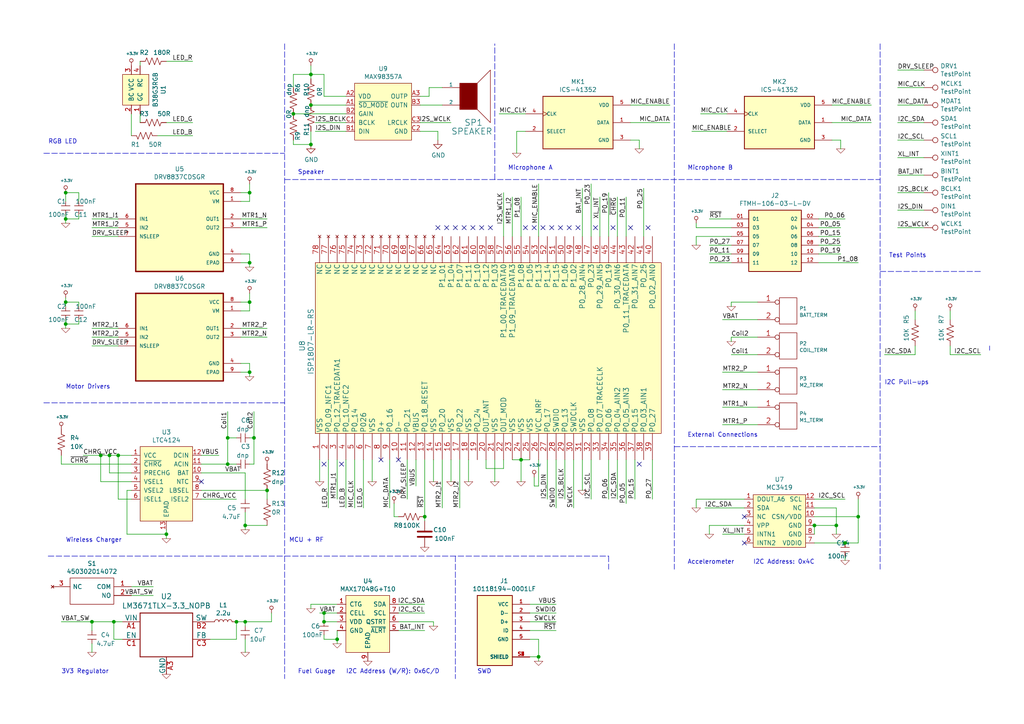
<source format=kicad_sch>
(kicad_sch (version 20211123) (generator eeschema)
  (paper "A4")
  (junction (at 77.47 142.24))
  (junction (at 245.11 157.48))
  (junction (at 236.22 152.4))
  (junction (at 71.12 152.4))
  (junction (at 66.04 127))
  (junction (at 72.39 55.88))
  (junction (at 66.04 134.62))
  (junction (at 93.98 177.8))
  (junction (at 90.17 30.48))
  (junction (at 90.17 41.91))
  (junction (at 97.79 185.42))
  (junction (at 72.39 76.2))
  (junction (at 73.66 127))
  (junction (at 26.67 180.34))
  (junction (at 90.17 21.59))
  (junction (at 123.19 149.86))
  (junction (at 29.21 132.08))
  (junction (at 93.98 180.34))
  (junction (at 33.02 180.34))
  (junction (at 156.21 190.5))
  (junction (at 151.13 133.35))
  (junction (at 48.26 154.94))
  (junction (at 19.05 87.63))
  (junction (at 68.58 180.34))
  (junction (at 19.05 55.88))
  (junction (at 72.39 87.63))
  (junction (at 19.05 93.98))
  (junction (at 72.39 107.95))
  (junction (at 19.05 63.5))
  (junction (at 248.92 149.86))
  (junction (at 85.09 33.02))
  (junction (at 31.75 132.08))
  (junction (at 34.29 132.08))
  (junction (at 242.57 152.4))
  (junction (at 71.12 180.34))
  (no_connect (at 127 66.04))
  (no_connect (at 129.54 66.04))
  (no_connect (at 99.06 134.62))
  (no_connect (at 165.1 66.04))
  (no_connect (at 115.57 133.35))
  (no_connect (at 137.16 66.04))
  (no_connect (at 110.49 133.35))
  (no_connect (at 215.9 157.48))
  (no_connect (at 187.96 66.04))
  (no_connect (at 157.48 66.04))
  (no_connect (at 177.8 66.04))
  (no_connect (at 142.24 66.04))
  (no_connect (at 132.08 66.04))
  (no_connect (at 160.02 66.04))
  (no_connect (at 152.4 66.04))
  (no_connect (at 93.98 134.62))
  (no_connect (at 139.7 66.04))
  (no_connect (at 185.42 134.62))
  (no_connect (at 167.64 66.04))
  (no_connect (at 182.88 66.04))
  (no_connect (at 215.9 149.86))
  (no_connect (at 162.56 66.04))
  (no_connect (at 134.62 66.04))
  (no_connect (at 172.72 66.04))
  (no_connect (at 58.42 139.7))
  (no_connect (at 154.94 66.04))
  (polyline (pts (xy 132.08 161.29) (xy 132.08 196.85)))
  (wire (pts (xy 209.55 92.71) (xy 219.71 92.71)))
  (wire (pts (xy 212.09 88.9) (xy 212.09 87.63)))
  (wire (pts (xy 171.45 53.34) (xy 171.45 68.58)))
  (wire (pts (xy 26.67 97.79) (xy 34.29 97.79)))
  (wire (pts (xy 275.59 102.87) (xy 284.48 102.87)))
  (wire (pts (xy 140.97 135.89) (xy 146.05 135.89)))
  (wire (pts (xy 107.95 133.35) (xy 107.95 139.7)))
  (polyline (pts (xy 255.27 78.74) (xy 284.48 78.74)))
  (wire (pts (xy 66.04 119.38) (xy 66.04 127)))
  (wire (pts (xy 200.66 38.1) (xy 210.82 38.1)))
  (wire (pts (xy 26.67 66.04) (xy 34.29 66.04)))
  (wire (pts (xy 68.58 185.42) (xy 68.58 180.34)))
  (polyline (pts (xy 13.97 161.29) (xy 176.53 161.29)))
  (wire (pts (xy 69.85 97.79) (xy 77.47 97.79)))
  (wire (pts (xy 58.42 132.08) (xy 63.5 132.08)))
  (wire (pts (xy 93.98 27.94) (xy 93.98 21.59)))
  (wire (pts (xy 237.49 73.66) (xy 243.84 73.66)))
  (wire (pts (xy 72.39 105.41) (xy 72.39 107.95)))
  (wire (pts (xy 72.39 73.66) (xy 72.39 76.2)))
  (wire (pts (xy 209.55 118.11) (xy 219.71 118.11)))
  (wire (pts (xy 36.83 142.24) (xy 36.83 154.94)))
  (wire (pts (xy 38.1 170.18) (xy 44.45 170.18)))
  (wire (pts (xy 237.49 66.04) (xy 243.84 66.04)))
  (wire (pts (xy 73.66 119.38) (xy 73.66 127)))
  (wire (pts (xy 92.71 133.35) (xy 92.71 139.7)))
  (wire (pts (xy 33.02 185.42) (xy 33.02 180.34)))
  (wire (pts (xy 267.97 60.96) (xy 260.35 60.96)))
  (wire (pts (xy 182.88 40.64) (xy 185.42 40.64)))
  (wire (pts (xy 58.42 134.62) (xy 66.04 134.62)))
  (wire (pts (xy 29.21 139.7) (xy 29.21 132.08)))
  (wire (pts (xy 22.86 62.23) (xy 22.86 63.5)))
  (polyline (pts (xy 12.7 44.45) (xy 82.55 44.45)))
  (wire (pts (xy 130.81 133.35) (xy 130.81 139.7)))
  (wire (pts (xy 71.12 148.59) (xy 71.12 152.4)))
  (wire (pts (xy 93.98 21.59) (xy 90.17 21.59)))
  (wire (pts (xy 48.26 35.56) (xy 55.88 35.56)))
  (wire (pts (xy 100.33 27.94) (xy 93.98 27.94)))
  (wire (pts (xy 146.05 55.88) (xy 146.05 68.58)))
  (wire (pts (xy 26.67 68.58) (xy 34.29 68.58)))
  (wire (pts (xy 265.43 100.33) (xy 265.43 102.87)))
  (wire (pts (xy 173.99 57.15) (xy 173.99 68.58)))
  (wire (pts (xy 72.39 107.95) (xy 72.39 109.22)))
  (wire (pts (xy 148.59 133.35) (xy 151.13 133.35)))
  (wire (pts (xy 219.71 113.03) (xy 209.55 113.03)))
  (wire (pts (xy 66.04 127) (xy 66.04 134.62)))
  (wire (pts (xy 19.05 93.98) (xy 19.05 95.25)))
  (wire (pts (xy 153.67 175.26) (xy 161.29 175.26)))
  (wire (pts (xy 154.94 138.43) (xy 154.94 140.97)))
  (wire (pts (xy 189.23 133.35) (xy 189.23 144.78)))
  (wire (pts (xy 143.51 133.35) (xy 143.51 139.7)))
  (wire (pts (xy 124.46 27.94) (xy 124.46 25.4)))
  (wire (pts (xy 182.88 30.48) (xy 194.31 30.48)))
  (wire (pts (xy 156.21 140.97) (xy 154.94 140.97)))
  (wire (pts (xy 168.91 54.61) (xy 168.91 68.58)))
  (wire (pts (xy 209.55 107.95) (xy 219.71 107.95)))
  (wire (pts (xy 256.54 102.87) (xy 265.43 102.87)))
  (wire (pts (xy 121.92 35.56) (xy 130.81 35.56)))
  (wire (pts (xy 22.86 92.71) (xy 22.86 93.98)))
  (wire (pts (xy 93.98 177.8) (xy 93.98 180.34)))
  (wire (pts (xy 152.4 38.1) (xy 149.86 38.1)))
  (wire (pts (xy 90.17 175.26) (xy 97.79 175.26)))
  (wire (pts (xy 19.05 87.63) (xy 19.05 88.9)))
  (wire (pts (xy 38.1 137.16) (xy 31.75 137.16)))
  (wire (pts (xy 22.86 63.5) (xy 19.05 63.5)))
  (wire (pts (xy 151.13 133.35) (xy 151.13 139.7)))
  (wire (pts (xy 176.53 55.88) (xy 176.53 68.58)))
  (wire (pts (xy 58.42 142.24) (xy 77.47 142.24)))
  (wire (pts (xy 181.61 146.05) (xy 181.61 133.35)))
  (wire (pts (xy 210.82 33.02) (xy 203.2 33.02)))
  (wire (pts (xy 267.97 25.4) (xy 260.35 25.4)))
  (wire (pts (xy 17.78 134.62) (xy 17.78 132.08)))
  (wire (pts (xy 85.09 25.4) (xy 85.09 21.59)))
  (wire (pts (xy 34.29 144.78) (xy 34.29 132.08)))
  (wire (pts (xy 151.13 68.58) (xy 151.13 57.15)))
  (polyline (pts (xy 82.55 12.7) (xy 82.55 196.85)))
  (wire (pts (xy 236.22 152.4) (xy 242.57 152.4)))
  (wire (pts (xy 245.11 157.48) (xy 248.92 157.48)))
  (wire (pts (xy 38.1 142.24) (xy 36.83 142.24)))
  (wire (pts (xy 115.57 182.88) (xy 123.19 182.88)))
  (wire (pts (xy 48.26 17.78) (xy 55.88 17.78)))
  (wire (pts (xy 73.66 134.62) (xy 73.66 127)))
  (wire (pts (xy 69.85 105.41) (xy 72.39 105.41)))
  (wire (pts (xy 152.4 33.02) (xy 144.78 33.02)))
  (wire (pts (xy 267.97 45.72) (xy 260.35 45.72)))
  (polyline (pts (xy 176.53 161.29) (xy 176.53 165.1)))
  (wire (pts (xy 69.85 66.04) (xy 77.47 66.04)))
  (wire (pts (xy 265.43 90.17) (xy 265.43 92.71)))
  (wire (pts (xy 66.04 127) (xy 68.58 127)))
  (wire (pts (xy 38.1 33.02) (xy 38.1 39.37)))
  (wire (pts (xy 97.79 185.42) (xy 97.79 186.69)))
  (wire (pts (xy 71.12 189.23) (xy 71.12 185.42)))
  (wire (pts (xy 90.17 19.05) (xy 90.17 21.59)))
  (wire (pts (xy 181.61 68.58) (xy 181.61 57.15)))
  (wire (pts (xy 185.42 40.64) (xy 185.42 43.18)))
  (wire (pts (xy 163.83 144.78) (xy 163.83 133.35)))
  (wire (pts (xy 115.57 177.8) (xy 123.19 177.8)))
  (wire (pts (xy 149.86 38.1) (xy 149.86 44.45)))
  (wire (pts (xy 100.33 38.1) (xy 91.44 38.1)))
  (wire (pts (xy 22.86 88.9) (xy 22.86 87.63)))
  (wire (pts (xy 72.39 127) (xy 73.66 127)))
  (wire (pts (xy 161.29 177.8) (xy 153.67 177.8)))
  (polyline (pts (xy 82.55 52.07) (xy 255.27 52.07)))
  (wire (pts (xy 114.3 149.86) (xy 115.57 149.86)))
  (wire (pts (xy 267.97 50.8) (xy 260.35 50.8)))
  (wire (pts (xy 125.73 133.35) (xy 125.73 139.7)))
  (wire (pts (xy 102.87 147.32) (xy 102.87 133.35)))
  (wire (pts (xy 22.86 93.98) (xy 19.05 93.98)))
  (wire (pts (xy 146.05 135.89) (xy 146.05 133.35)))
  (wire (pts (xy 236.22 154.94) (xy 236.22 152.4)))
  (wire (pts (xy 69.85 95.25) (xy 77.47 95.25)))
  (wire (pts (xy 121.92 38.1) (xy 127 38.1)))
  (wire (pts (xy 168.91 133.35) (xy 168.91 142.24)))
  (wire (pts (xy 128.27 147.32) (xy 128.27 133.35)))
  (wire (pts (xy 33.02 180.34) (xy 35.56 180.34)))
  (wire (pts (xy 212.09 73.66) (xy 205.74 73.66)))
  (wire (pts (xy 85.09 41.91) (xy 85.09 40.64)))
  (wire (pts (xy 241.3 35.56) (xy 252.73 35.56)))
  (wire (pts (xy 179.07 144.78) (xy 179.07 133.35)))
  (wire (pts (xy 22.86 87.63) (xy 19.05 87.63)))
  (wire (pts (xy 69.85 73.66) (xy 72.39 73.66)))
  (wire (pts (xy 219.71 123.19) (xy 209.55 123.19)))
  (wire (pts (xy 31.75 132.08) (xy 34.29 132.08)))
  (wire (pts (xy 205.74 152.4) (xy 215.9 152.4)))
  (wire (pts (xy 72.39 58.42) (xy 72.39 55.88)))
  (wire (pts (xy 93.98 184.15) (xy 93.98 185.42)))
  (wire (pts (xy 40.64 19.05) (xy 40.64 17.78)))
  (wire (pts (xy 26.67 100.33) (xy 34.29 100.33)))
  (wire (pts (xy 212.09 76.2) (xy 205.74 76.2)))
  (wire (pts (xy 237.49 76.2) (xy 248.92 76.2)))
  (wire (pts (xy 156.21 185.42) (xy 156.21 190.5)))
  (wire (pts (xy 26.67 182.88) (xy 26.67 180.34)))
  (wire (pts (xy 237.49 63.5) (xy 245.11 63.5)))
  (wire (pts (xy 69.85 76.2) (xy 72.39 76.2)))
  (wire (pts (xy 153.67 180.34) (xy 161.29 180.34)))
  (wire (pts (xy 22.86 58.42) (xy 22.86 55.88)))
  (wire (pts (xy 201.93 64.77) (xy 201.93 66.04)))
  (wire (pts (xy 201.93 66.04) (xy 212.09 66.04)))
  (wire (pts (xy 242.57 152.4) (xy 242.57 154.94)))
  (wire (pts (xy 156.21 53.34) (xy 156.21 68.58)))
  (wire (pts (xy 19.05 62.23) (xy 19.05 63.5)))
  (wire (pts (xy 241.3 40.64) (xy 243.84 40.64)))
  (wire (pts (xy 267.97 55.88) (xy 260.35 55.88)))
  (wire (pts (xy 245.11 162.56) (xy 245.11 161.29)))
  (wire (pts (xy 201.93 144.78) (xy 201.93 147.32)))
  (wire (pts (xy 156.21 190.5) (xy 153.67 190.5)))
  (wire (pts (xy 176.53 133.35) (xy 176.53 144.78)))
  (wire (pts (xy 205.74 71.12) (xy 212.09 71.12)))
  (wire (pts (xy 120.65 133.35) (xy 120.65 140.97)))
  (wire (pts (xy 48.26 153.67) (xy 48.26 154.94)))
  (wire (pts (xy 115.57 175.26) (xy 123.19 175.26)))
  (wire (pts (xy 85.09 33.02) (xy 100.33 33.02)))
  (wire (pts (xy 135.89 133.35) (xy 135.89 139.7)))
  (wire (pts (xy 26.67 95.25) (xy 34.29 95.25)))
  (wire (pts (xy 58.42 137.16) (xy 71.12 137.16)))
  (wire (pts (xy 71.12 137.16) (xy 71.12 144.78)))
  (wire (pts (xy 93.98 180.34) (xy 97.79 180.34)))
  (wire (pts (xy 24.13 132.08) (xy 29.21 132.08)))
  (wire (pts (xy 90.17 21.59) (xy 90.17 22.86)))
  (wire (pts (xy 275.59 92.71) (xy 275.59 90.17)))
  (wire (pts (xy 38.1 139.7) (xy 29.21 139.7)))
  (wire (pts (xy 29.21 132.08) (xy 31.75 132.08)))
  (wire (pts (xy 123.19 133.35) (xy 123.19 149.86)))
  (wire (pts (xy 38.1 144.78) (xy 34.29 144.78)))
  (wire (pts (xy 241.3 30.48) (xy 252.73 30.48)))
  (wire (pts (xy 148.59 68.58) (xy 148.59 57.15)))
  (wire (pts (xy 242.57 147.32) (xy 242.57 152.4)))
  (wire (pts (xy 26.67 186.69) (xy 26.67 189.23)))
  (wire (pts (xy 158.75 144.78) (xy 158.75 133.35)))
  (wire (pts (xy 19.05 86.36) (xy 19.05 87.63)))
  (wire (pts (xy 236.22 147.32) (xy 242.57 147.32)))
  (wire (pts (xy 156.21 190.5) (xy 156.21 191.77)))
  (wire (pts (xy 184.15 133.35) (xy 184.15 144.78)))
  (wire (pts (xy 72.39 55.88) (xy 72.39 53.34)))
  (wire (pts (xy 121.92 27.94) (xy 124.46 27.94)))
  (wire (pts (xy 69.85 58.42) (xy 72.39 58.42)))
  (wire (pts (xy 248.92 157.48) (xy 248.92 149.86)))
  (wire (pts (xy 105.41 133.35) (xy 105.41 147.32)))
  (wire (pts (xy 97.79 144.78) (xy 97.79 133.35)))
  (wire (pts (xy 243.84 40.64) (xy 243.84 43.18)))
  (wire (pts (xy 26.67 63.5) (xy 34.29 63.5)))
  (wire (pts (xy 90.17 38.1) (xy 90.17 41.91)))
  (polyline (pts (xy 143.51 52.07) (xy 143.51 12.7)))
  (wire (pts (xy 71.12 180.34) (xy 78.74 180.34)))
  (polyline (pts (xy 287.02 101.6) (xy 287.02 100.33)))
  (wire (pts (xy 205.74 63.5) (xy 212.09 63.5)))
  (wire (pts (xy 171.45 144.78) (xy 171.45 133.35)))
  (wire (pts (xy 156.21 133.35) (xy 156.21 140.97)))
  (wire (pts (xy 212.09 68.58) (xy 201.93 68.58)))
  (wire (pts (xy 69.85 107.95) (xy 72.39 107.95)))
  (wire (pts (xy 267.97 30.48) (xy 260.35 30.48)))
  (wire (pts (xy 26.67 180.34) (xy 33.02 180.34)))
  (wire (pts (xy 133.35 147.32) (xy 133.35 133.35)))
  (wire (pts (xy 182.88 35.56) (xy 194.31 35.56)))
  (wire (pts (xy 85.09 21.59) (xy 90.17 21.59)))
  (wire (pts (xy 19.05 55.88) (xy 19.05 58.42)))
  (wire (pts (xy 115.57 180.34) (xy 125.73 180.34)))
  (wire (pts (xy 124.46 25.4) (xy 128.27 25.4)))
  (wire (pts (xy 92.71 177.8) (xy 93.98 177.8)))
  (wire (pts (xy 121.92 30.48) (xy 128.27 30.48)))
  (wire (pts (xy 17.78 134.62) (xy 38.1 134.62)))
  (wire (pts (xy 71.12 152.4) (xy 71.12 153.67)))
  (wire (pts (xy 19.05 63.5) (xy 19.05 64.77)))
  (wire (pts (xy 17.78 180.34) (xy 26.67 180.34)))
  (wire (pts (xy 71.12 181.61) (xy 71.12 180.34)))
  (wire (pts (xy 69.85 90.17) (xy 72.39 90.17)))
  (wire (pts (xy 68.58 134.62) (xy 66.04 134.62)))
  (wire (pts (xy 77.47 152.4) (xy 71.12 152.4)))
  (wire (pts (xy 60.96 185.42) (xy 68.58 185.42)))
  (wire (pts (xy 69.85 87.63) (xy 72.39 87.63)))
  (wire (pts (xy 71.12 180.34) (xy 68.58 180.34)))
  (wire (pts (xy 58.42 144.78) (xy 68.58 144.78)))
  (wire (pts (xy 237.49 71.12) (xy 243.84 71.12)))
  (wire (pts (xy 100.33 35.56) (xy 91.44 35.56)))
  (wire (pts (xy 166.37 133.35) (xy 166.37 147.32)))
  (wire (pts (xy 267.97 66.04) (xy 260.35 66.04)))
  (polyline (pts (xy 195.58 129.54) (xy 255.27 129.54)))
  (wire (pts (xy 212.09 97.79) (xy 219.71 97.79)))
  (polyline (pts (xy 195.58 12.7) (xy 195.58 165.1)))
  (wire (pts (xy 267.97 35.56) (xy 260.35 35.56)))
  (wire (pts (xy 113.03 147.32) (xy 113.03 133.35)))
  (wire (pts (xy 72.39 87.63) (xy 72.39 85.09)))
  (wire (pts (xy 186.69 54.61) (xy 186.69 68.58)))
  (wire (pts (xy 123.19 149.86) (xy 123.19 151.13)))
  (wire (pts (xy 72.39 76.2) (xy 72.39 77.47)))
  (wire (pts (xy 125.73 180.34) (xy 125.73 181.61)))
  (wire (pts (xy 267.97 20.32) (xy 260.35 20.32)))
  (wire (pts (xy 69.85 55.88) (xy 72.39 55.88)))
  (wire (pts (xy 100.33 30.48) (xy 90.17 30.48)))
  (wire (pts (xy 201.93 144.78) (xy 215.9 144.78)))
  (wire (pts (xy 212.09 87.63) (xy 219.71 87.63)))
  (wire (pts (xy 22.86 55.88) (xy 19.05 55.88)))
  (wire (pts (xy 95.25 133.35) (xy 95.25 147.32)))
  (wire (pts (xy 77.47 142.24) (xy 77.47 144.78)))
  (polyline (pts (xy 255.27 12.7) (xy 255.27 165.1)))
  (wire (pts (xy 127 38.1) (xy 127 40.64)))
  (wire (pts (xy 153.67 182.88) (xy 161.29 182.88)))
  (wire (pts (xy 248.92 144.78) (xy 248.92 149.86)))
  (wire (pts (xy 31.75 137.16) (xy 31.75 132.08)))
  (wire (pts (xy 237.49 68.58) (xy 243.84 68.58)))
  (wire (pts (xy 19.05 92.71) (xy 19.05 93.98)))
  (wire (pts (xy 38.1 172.72) (xy 44.45 172.72)))
  (wire (pts (xy 45.72 39.37) (xy 55.88 39.37)))
  (wire (pts (xy 212.09 102.87) (xy 219.71 102.87)))
  (wire (pts (xy 205.74 154.94) (xy 205.74 152.4)))
  (wire (pts (xy 201.93 71.12) (xy 201.93 68.58)))
  (wire (pts (xy 100.33 133.35) (xy 100.33 147.32)))
  (wire (pts (xy 236.22 149.86) (xy 248.92 149.86)))
  (wire (pts (xy 73.66 134.62) (xy 72.39 134.62)))
  (wire (pts (xy 215.9 154.94) (xy 209.55 154.94)))
  (wire (pts (xy 215.9 147.32) (xy 204.47 147.32)))
  (wire (pts (xy 212.09 99.06) (xy 212.09 97.79)))
  (polyline (pts (xy 12.7 116.84) (xy 82.55 116.84)))
  (wire (pts (xy 114.3 146.05) (xy 114.3 149.86)))
  (wire (pts (xy 236.22 157.48) (xy 245.11 157.48)))
  (wire (pts (xy 72.39 90.17) (xy 72.39 87.63)))
  (wire (pts (xy 93.98 185.42) (xy 97.79 185.42)))
  (wire (pts (xy 275.59 100.33) (xy 275.59 102.87)))
  (wire (pts (xy 151.13 133.35) (xy 153.67 133.35)))
  (wire (pts (xy 78.74 180.34) (xy 78.74 177.8)))
  (wire (pts (xy 38.1 132.08) (xy 34.29 132.08)))
  (wire (pts (xy 97.79 182.88) (xy 97.79 185.42)))
  (wire (pts (xy 40.64 33.02) (xy 40.64 35.56)))
  (wire (pts (xy 35.56 185.42) (xy 33.02 185.42)))
  (wire (pts (xy 153.67 185.42) (xy 156.21 185.42)))
  (wire (pts (xy 90.17 175.26) (xy 90.17 176.53)))
  (wire (pts (xy 140.97 133.35) (xy 140.97 135.89)))
  (wire (pts (xy 236.22 144.78) (xy 245.11 144.78)))
  (wire (pts (xy 93.98 177.8) (xy 97.79 177.8)))
  (wire (pts (xy 179.07 57.15) (xy 179.07 68.58)))
  (wire (pts (xy 48.26 154.94) (xy 48.26 156.21)))
  (wire (pts (xy 90.17 41.91) (xy 85.09 41.91)))
  (wire (pts (xy 267.97 40.64) (xy 260.35 40.64)))
  (wire (pts (xy 118.11 144.78) (xy 118.11 133.35)))
  (wire (pts (xy 48.26 154.94) (xy 36.83 154.94)))
  (wire (pts (xy 69.85 63.5) (xy 77.47 63.5)))
  (wire (pts (xy 161.29 133.35) (xy 161.29 147.32)))
  (text "3V3 Regulator" (at 17.78 195.58 0) (effects (font (size 1.27 1.27)) (justify left bottom)))
  (text "I2C Pull-ups" (at 256.54 111.76 0) (effects (font (size 1.27 1.27)) (justify left bottom)))
  (text "Test Points" (at 257.81 74.93 0) (effects (font (size 1.27 1.27)) (justify left bottom)))
  (text "Wireless Charger" (at 19.05 157.48 0) (effects (font (size 1.27 1.27)) (justify left bottom)))
  (text "SWD\n" (at 138.43 195.58 0) (effects (font (size 1.27 1.27)) (justify left bottom)))
  (text "MCU + RF" (at 83.82 157.48 0) (effects (font (size 1.27 1.27)) (justify left bottom)))
  (text "RGB LED" (at 13.97 41.91 0) (effects (font (size 1.27 1.27)) (justify left bottom)))
  (text "Motor Drivers" (at 19.05 113.03 0) (effects (font (size 1.27 1.27)) (justify left bottom)))
  (text "Speaker" (at 86.36 50.8 0) (effects (font (size 1.27 1.27)) (justify left bottom)))
  (text "Fuel Guage" (at 86.36 195.58 0) (effects (font (size 1.27 1.27)) (justify left bottom)))
  (text "Microphone B" (at 199.39 49.53 0) (effects (font (size 1.27 1.27)) (justify left bottom)))
  (text "External Connections" (at 199.39 127 0) (effects (font (size 1.27 1.27)) (justify left bottom)))
  (text "Accelerometer" (at 199.39 163.83 0) (effects (font (size 1.27 1.27)) (justify left bottom)))
  (text "Microphone A" (at 147.32 49.53 0) (effects (font (size 1.27 1.27)) (justify left bottom)))
  (text "I2C Address: 0x4C" (at 218.44 163.83 0) (effects (font (size 1.27 1.27)) (justify left bottom)))
  (text "I2C Address (W/R): 0x6C/D" (at 100.33 195.58 0) (effects (font (size 1.27 1.27)) (justify left bottom)))
  (label "MTR2_N" (at 77.47 97.79 180))
  (label "LED_R" (at 95.25 147.32 90))
  (label "VBAT" (at 44.45 170.18 180))
  (label "MTR2_I1" (at 26.67 95.25 0))
  (label "I2C_SDA" (at 204.47 147.32 0))
  (label "I2S_WCLK" (at 260.35 66.04 0))
  (label "SWDIO" (at 161.29 147.32 90))
  (label "MTR1_I1" (at 26.67 63.5 0))
  (label "I2C_SDA" (at 256.54 102.87 0))
  (label "I2S_BCLK" (at 260.35 55.88 0))
  (label "CHRG_VCC" (at 68.58 144.78 180))
  (label "P0_06" (at 176.53 144.78 90))
  (label "MTR1_I1" (at 97.79 144.78 90))
  (label "MIC_CLK" (at 102.87 147.32 90))
  (label "MTR1_I2" (at 26.67 66.04 0))
  (label "P0_27" (at 205.74 71.12 0))
  (label "P0_11" (at 181.61 57.15 270))
  (label "MTR1_P" (at 209.55 123.19 0))
  (label "I2S_DIN" (at 91.44 38.1 0))
  (label "MTR1_P" (at 77.47 66.04 180))
  (label "VBAT_SW" (at 17.78 180.34 0))
  (label "SWCLK" (at 161.29 180.34 180))
  (label "I2S_BCLK" (at 91.44 35.56 0))
  (label "VBAT" (at 92.71 177.8 0))
  (label "I2C_SCL" (at 171.45 144.78 90))
  (label "MTR2_I1" (at 128.27 147.32 90))
  (label "~{CHRG}" (at 179.07 57.15 270))
  (label "I2C_SDA" (at 179.07 144.78 90))
  (label "MTR1_N" (at 77.47 63.5 180))
  (label "I2C_SDA" (at 123.19 175.26 180))
  (label "MIC_ENABLE" (at 252.73 30.48 180))
  (label "~{RST}" (at 205.74 63.5 0))
  (label "MIC_DATA" (at 252.73 35.56 180))
  (label "MIC_CLK" (at 260.35 25.4 0))
  (label "LED_B" (at 100.33 147.32 90))
  (label "MIC_DATA" (at 260.35 30.48 0))
  (label "P0_15" (at 243.84 68.58 180))
  (label "MTR2_I2" (at 26.67 97.79 0))
  (label "MTR1_I2" (at 148.59 57.15 270))
  (label "LED_R" (at 55.88 17.78 180))
  (label "P0_23" (at 171.45 53.34 270))
  (label "LED_G" (at 105.41 147.32 90))
  (label "MIC_CLK" (at 203.2 33.02 0))
  (label "MTR2_P" (at 209.55 107.95 0))
  (label "BAT_INT" (at 123.19 182.88 180))
  (label "I2S_WCLK" (at 130.81 35.56 180))
  (label "MIC_ENABLE" (at 156.21 53.34 270))
  (label "CHRG_VCC" (at 24.13 132.08 0))
  (label "I2C_SCL" (at 245.11 144.78 180))
  (label "LED_G" (at 55.88 35.56 180))
  (label "VBUS" (at 161.29 175.26 180))
  (label "I2S_DIN" (at 260.35 60.96 0))
  (label "VBAT" (at 209.55 92.71 0))
  (label "I2C_SCL" (at 284.48 102.87 180))
  (label "P0_05" (at 181.61 146.05 90))
  (label "MTR2_P" (at 77.47 95.25 180))
  (label "XL_INT" (at 260.35 45.72 0))
  (label "LED_B" (at 55.88 39.37 180))
  (label "Coil1" (at 212.09 102.87 0))
  (label "DRV_SLEEP" (at 26.67 100.33 0))
  (label "P0_25" (at 243.84 71.12 180))
  (label "VBUS" (at 120.65 140.97 90))
  (label "DRV_SLEEP" (at 260.35 20.32 0))
  (label "Coil2" (at 73.66 119.38 270))
  (label "P0_19" (at 243.84 73.66 180))
  (label "VBUS" (at 63.5 132.08 180))
  (label "MIC_CLK" (at 144.78 33.02 0))
  (label "I2C_SDA" (at 260.35 35.56 0))
  (label "I2C_SCL" (at 123.19 177.8 180))
  (label "I2S_DIN" (at 158.75 144.78 90))
  (label "SWDIO" (at 161.29 177.8 180))
  (label "XL_INT" (at 209.55 154.94 0))
  (label "BAT_INT" (at 260.35 50.8 0))
  (label "MTR2_I2" (at 133.35 147.32 90))
  (label "P1_08" (at 151.13 57.15 270))
  (label "MIC_DATA" (at 194.31 35.56 180))
  (label "MIC_ENABLE" (at 194.31 30.48 180))
  (label "P0_05" (at 243.84 66.04 180))
  (label "Coil1" (at 66.04 119.38 270))
  (label "P0_06" (at 245.11 63.5 180))
  (label "~{CHRG}" (at 20.32 134.62 0))
  (label "XL_INT" (at 173.99 57.15 270))
  (label "DRV_SLEEP" (at 26.67 68.58 0))
  (label "P0_11" (at 205.74 73.66 0))
  (label "P0_19" (at 176.53 55.88 270))
  (label "BAT_INT" (at 168.91 54.61 270))
  (label "P0_25" (at 186.69 54.61 270))
  (label "I2S_WCLK" (at 146.05 55.88 270))
  (label "P0_15" (at 184.15 144.78 90))
  (label "P0_23" (at 205.74 76.2 0))
  (label "VBAT" (at 69.85 137.16 180))
  (label "~{RST}" (at 123.19 147.32 90))
  (label "~{RST}" (at 161.29 182.88 180))
  (label "I2C_SCL" (at 260.35 40.64 0))
  (label "MIC_DATA" (at 113.03 147.32 90))
  (label "P1_08" (at 248.92 76.2 180))
  (label "I2S_BCLK" (at 163.83 144.78 90))
  (label "P0_27" (at 189.23 144.78 90))
  (label "DRV_SLEEP" (at 118.11 144.78 90))
  (label "SWCLK" (at 166.37 147.32 90))
  (label "MIC_ENABLE" (at 200.66 38.1 0))
  (label "VBAT_SW" (at 44.45 172.72 180))
  (label "Coil2" (at 212.09 97.79 0))
  (label "MTR2_N" (at 209.55 113.03 0))
  (label "MTR1_N" (at 209.55 118.11 0))
  (symbol (lib_id "Zooids-rescue:R_US-Device-Zooids-rescue-Zooids-rescue") (at 44.45 17.78 90) (unit 1)
    (property "Reference" "R2" (at 43.18 15.24 90) (effects (justify left)))
    (property "Value" "180R" (at 49.53 15.24 90) (effects (justify left)))
    (property "Footprint" "Resistor_SMD:R_0402_1005Metric" (effects hide))
    (property "Datasheet" "https://www.te.com/usa-en/product-5-2176337-2.datasheet.pdf" (effects hide))
    (property "Description" "RES 180 OHM 1% 1/16W 0402" (effects hide))
    (property "Manufacturer" "TE Connectivity Passive Product" (effects hide))
    (property "Manufacturer P/N" "CRGCQ0402F180K" (effects hide))
    (property "Vendor" "Digi-key" (effects hide))
    (property "Vendor P/N" "A129654TR-ND" (effects hide))
  )
  (symbol (lib_id "Zooids-rescue:+3.3V-power-Zooids-rescue-Zooids-rescue") (at 38.1 19.05 0) (unit 1)
    (property "Reference" "#PWR0108" (effects hide))
    (property "Value" "+3.3V" (at 38.3286 15.5448 0) (effects (font (size 0.762 0.762))))
  )
  (symbol (lib_id "Zooids-rescue:GND-power-Zooids-rescue-Zooids-rescue") (at 156.21 191.77 0) (unit 1)
    (property "Reference" "#PWR0114" (effects hide))
    (property "Value" "GND" (effects hide))
  )
  (symbol (lib_id "Zooids-rescue:SPEAKER-device-Zooids-rescue-Zooids-rescue") (at 135.89 27.94 0) (unit 1)
    (property "Reference" "SP1" (at 134.62 35.56 0) (effects (font (size 1.778 1.778)) (justify left)))
    (property "Value" "SPEAKER" (at 130.81 38.1 0) (effects (font (size 1.778 1.778)) (justify left)))
    (property "Footprint" "AcousticSwarm:CUI_CMT-4023S-SMT-TR" (effects hide))
    (property "Datasheet" "https://www.puiaudio.com/media/SpecSheet/SMT-0440-T-HT-R.pdf" (effects hide))
    (property "Description" "Buzzers Transducer, Externally Driven Electromechanical/Magnetic 3 V 100mA 4kHz 70dB @ 3V, 10cm Surface Mount Solder Pads" (effects hide))
    (property "Manufacturer" "PUI Audio, Inc." (effects hide))
    (property "Manufacturer P/N" "SMT-0440-T-HT-R" (effects hide))
    (property "Vendor" "Digi-key" (effects hide))
    (property "Vendor P/N" "668-SMT-0440-T-HT-RTR-ND" (effects hide))
  )
  (symbol (lib_id "Zooids-rescue:ISP1807-LR-RS-ISP1807-Zooids-rescue-Zooids-rescue") (at 92.71 133.35 90) (unit 1)
    (property "Reference" "U8" (at 87.63 100.33 0) (effects (font (size 1.524 1.524))))
    (property "Value" "ISP1807-LR-RS" (at 90.17 99.06 0) (effects (font (size 1.524 1.524))))
    (property "Footprint" "AcousticSwarm:ISP1807-LR-RS" (effects hide))
    (property "Datasheet" "https://www.insightsip.com/fichiers_insightsip/pdf/ble/ISP1807/isp_ble_DS1807.pdf" (effects hide))
    (property "Description" "Bluetooth Bluetooth v5.0, Thread, Zigbee® Transceiver Module 2.402GHz ~ 2.48GHz Integrated, Trace Surface Mount" (effects hide))
    (property "Manufacturer" "Insight SIP" (effects hide))
    (property "Manufacturer P/N" "ISP1807-LR-RS" (effects hide))
    (property "Vendor" "Digi-key" (effects hide))
    (property "Vendor P/N" "1786-1019-2-ND" (effects hide))
  )
  (symbol (lib_id "Zooids-rescue:R_US-Device-Zooids-rescue-Zooids-rescue") (at 119.38 149.86 90) (unit 1)
    (property "Reference" "R8" (at 116.84 152.4 90) (effects (justify left)))
    (property "Value" "100K" (at 121.92 152.4 90) (effects (justify left)))
    (property "Footprint" "Resistor_SMD:R_0402_1005Metric" (effects hide))
    (property "Datasheet" "https://www.yageo.com/upload/media/product/productsearch/datasheet/rchip/PYu-RT_1-to-0.01_RoHS_L_15.pdf" (effects hide))
    (property "Description" "RES SMD 100K OHM 0.1% 1/16W 0402" (effects hide))
    (property "Manufacturer" "YAGEO" (effects hide))
    (property "Manufacturer P/N" "RT0402BRE07100KL" (effects hide))
    (property "Vendor" "Digi-key" (effects hide))
    (property "Vendor P/N" "YAG2304TR-ND" (effects hide))
  )
  (symbol (lib_id "Zooids-rescue:C-Device-Zooids-rescue-Zooids-rescue") (at 123.19 154.94 0) (mirror y) (unit 1)
    (property "Reference" "C10" (at 129.54 153.67 0) (effects (justify left)))
    (property "Value" "100nF" (at 132.08 156.21 0) (effects (justify left)))
    (property "Footprint" "Capacitor_SMD:C_0402_1005Metric" (effects hide))
    (property "Datasheet" "https://media.digikey.com/pdf/Data%20Sheets/Samsung%20PDFs/CL05A104KA5NNNC.pdf" (effects hide))
    (property "Description" "CAP CER 0.1UF 25V X5R 0402" (effects hide))
    (property "Manufacturer" "Samsung Electro-Mechanics" (effects hide))
    (property "Manufacturer P/N" "CL05A104KA5NNNC" (effects hide))
    (property "Vendor" "Digi-key" (effects hide))
    (property "Vendor P/N" "1276-1043-2-ND" (effects hide))
  )
  (symbol (lib_id "Zooids-rescue:GND-power-Zooids-rescue-Zooids-rescue") (at 123.19 158.75 0) (unit 1)
    (property "Reference" "#PWR0139" (effects hide))
    (property "Value" "GND" (effects hide))
  )
  (symbol (lib_id "Zooids-rescue:+3.3V-power-Zooids-rescue-Zooids-rescue") (at 114.3 146.05 0) (unit 1)
    (property "Reference" "#PWR0138" (effects hide))
    (property "Value" "+3.3V" (at 114.5286 142.5448 0) (effects (font (size 0.762 0.762))))
  )
  (symbol (lib_id "Zooids-rescue:ICS-41350-ICS-41350-Zooids-rescue-Zooids-rescue") (at 167.64 35.56 0) (unit 1)
    (property "Reference" "MK1" (at 167.64 23.6982 0))
    (property "Value" "ICS-41352" (at 167.64 26.0096 0))
    (property "Footprint" "AcousticSwarm:MIC_ICS-41350" (effects hide))
    (property "Datasheet" "https://invensense.tdk.com/wp-content/uploads/2016/10/DS-000048-ICS-41352-data-sheet-v1.0.pdf?ref_disty=digikey" (effects hide))
    (property "PACKAGE" "LGA-5 TDK-InvenSense" (effects hide))
    (property "DESCRIPTION" "Digital, PDM Microphone MEMS (Silicon) 1.65 V ~ 3.63 V Omnidirectional (-26dB ±1dB @ 94dB SPL) Solder Pads" (effects hide))
    (property "PRICE" "1.30 USD" (effects hide))
    (property "AVAILABILITY" "Good" (effects hide))
    (property "Description" "Bottom Port PDM Low Power muti-Mode Microphone with high AOP Mode" (effects hide))
    (property "Manufacturer" "TDK-InvenSense" (effects hide))
    (property "Manufacturer P/N" "ICS-41352" (effects hide))
    (property "Vendor" "Digi-key" (effects hide))
    (property "Vendor P/N" "1428-ICS-41352TR-ND" (effects hide))
  )
  (symbol (lib_id "Zooids-rescue:GND-power-Zooids-rescue-Zooids-rescue") (at 149.86 44.45 0) (unit 1)
    (property "Reference" "#PWR0103" (effects hide))
    (property "Value" "GND" (effects hide))
  )
  (symbol (lib_id "Zooids-rescue:GND-power-Zooids-rescue-Zooids-rescue") (at 185.42 43.18 0) (unit 1)
    (property "Reference" "#PWR0104" (effects hide))
    (property "Value" "GND" (effects hide))
  )
  (symbol (lib_id "Zooids-rescue:LTC4124-ZooidsV2-Zooids-rescue-Zooids-rescue") (at 48.26 128.27 0) (unit 1)
    (property "Reference" "U3" (at 48.26 125.349 0))
    (property "Value" "LTC4124" (at 48.26 127.6604 0))
    (property "Footprint" "AcousticSwarm:LTC4124EV-TRMPBF" (effects hide))
    (property "Datasheet" "https://www.analog.com/media/en/technical-documentation/data-sheets/ltc4124.pdf" (effects hide))
    (property "Description" "Wireless Charging ICs 100mA Wireless Li-Ion Charger" (effects hide))
    (property "Manufacturer" "Analog Devices" (effects hide))
    (property "Manufacturer P/N" "LTC4124EV#TRMPBF" (effects hide))
    (property "Vendor" "Mouser" (effects hide))
    (property "Vendor P/N" "584-LTC4124EV#TRMPBF" (effects hide))
  )
  (symbol (lib_id "Zooids-rescue:C-w_device-Zooids-rescue-Zooids-rescue") (at 71.12 134.62 270) (mirror x) (unit 1)
    (property "Reference" "C3" (at 69.85 129.54 90) (effects (justify left)))
    (property "Value" "dnp" (at 68.58 132.08 90) (effects (justify left)))
    (property "Footprint" "Capacitor_SMD:C_0402_1005Metric" (effects hide))
    (property "Description" "Do Not Place" (effects hide))
  )
  (symbol (lib_id "Zooids-rescue:GND-power-Zooids-rescue-Zooids-rescue") (at 48.26 156.21 0) (unit 1)
    (property "Reference" "#PWR0109" (effects hide))
    (property "Value" "GND" (effects hide))
  )
  (symbol (lib_id "Zooids-rescue:R_US-Device-Zooids-rescue-Zooids-rescue") (at 17.78 128.27 0) (unit 1)
    (property "Reference" "R4" (at 20.32 127 0) (effects (justify left)))
    (property "Value" "10K" (at 20.32 129.54 0) (effects (justify left)))
    (property "Footprint" "Resistor_SMD:R_0402_1005Metric" (effects hide))
    (property "Datasheet" "https://fscdn.rohm.com/en/products/databook/datasheet/passive/resistor/chip_resistor/esr-e.pdf" (effects hide))
    (property "Description" "RES SMD 10K OHM 5% 1/5W 0402" (effects hide))
    (property "Manufacturer" "Rohm Semiconductor" (effects hide))
    (property "Manufacturer P/N" "ESR01MZPJ103" (effects hide))
    (property "Vendor" "Digi-key" (effects hide))
    (property "Vendor P/N" "RHM1003TR-ND" (effects hide))
  )
  (symbol (lib_id "Zooids-rescue:+3.3V-power-Zooids-rescue-Zooids-rescue") (at 17.78 124.46 0) (unit 1)
    (property "Reference" "#PWR0110" (effects hide))
    (property "Value" "+3.3V" (at 18.0086 120.9548 0) (effects (font (size 0.762 0.762))))
  )
  (symbol (lib_id "Zooids-rescue:GND-power-Zooids-rescue-Zooids-rescue") (at 71.12 153.67 0) (unit 1)
    (property "Reference" "#PWR0111" (effects hide))
    (property "Value" "GND" (effects hide))
  )
  (symbol (lib_id "Zooids-rescue:C-w_device-Zooids-rescue-Zooids-rescue") (at 71.12 146.05 0) (mirror y) (unit 1)
    (property "Reference" "C5" (at 68.58 147.32 0) (effects (justify left)))
    (property "Value" "4.7uF" (at 69.85 149.86 0) (effects (justify left)))
    (property "Footprint" "Capacitor_SMD:C_0603_1608Metric" (effects hide))
    (property "Datasheet" "https://media.digikey.com/pdf/Data%20Sheets/Samsung%20PDFs/CL10A475KQ8NNNC_Spec.pdf" (effects hide))
    (property "Description" "CAP CER 4.7UF 10V X5R 0603" (effects hide))
    (property "Manufacturer" "Samsung Electro-Mechanics" (effects hide))
    (property "Manufacturer P/N" "CL10A475KQ8NNNC" (effects hide))
    (property "Vendor" "Digi-key" (effects hide))
    (property "Vendor P/N" "1276-1045-2-ND" (effects hide))
  )
  (symbol (lib_id "Zooids-rescue:CONN_2-conn-Zooids-rescue-Zooids-rescue") (at 228.6 100.33 0) (unit 1)
    (property "Reference" "P2" (at 231.8512 99.6188 0) (effects (font (size 1.016 1.016)) (justify left)))
    (property "Value" "COIL_TERM" (at 231.8512 101.5492 0) (effects (font (size 1.016 1.016)) (justify left)))
    (property "Footprint" "TestPoint:TestPoint_2Pads_Pitch2.54mm_Drill0.8mm" (effects hide))
    (property "Description" "Test Point" (effects hide))
  )
  (symbol (lib_id "Zooids-rescue:GND-power-Zooids-rescue-Zooids-rescue") (at 212.09 99.06 0) (unit 1)
    (property "Reference" "#PWR0112" (effects hide))
    (property "Value" "GND" (effects hide))
  )
  (symbol (lib_id "Zooids-rescue:C-w_device-Zooids-rescue-Zooids-rescue") (at 22.86 60.96 180) (unit 1)
    (property "Reference" "C11" (at 25.4 62.23 0) (effects (justify left)))
    (property "Value" "100nF" (at 27.94 58.42 0) (effects (justify left)))
    (property "Footprint" "Capacitor_SMD:C_0402_1005Metric" (effects hide))
    (property "Datasheet" "https://media.digikey.com/pdf/Data%20Sheets/Samsung%20PDFs/CL05A104KA5NNNC.pdf" (effects hide))
    (property "Description" "CAP CER 0.1UF 25V X5R 0402" (effects hide))
    (property "Manufacturer" "Samsung Electro-Mechanics" (effects hide))
    (property "Manufacturer P/N" "CL05A104KA5NNNC" (effects hide))
    (property "Vendor" "Digi-key" (effects hide))
    (property "Vendor P/N" "1276-1043-2-ND" (effects hide))
  )
  (symbol (lib_id "Zooids-rescue:C-w_device-Zooids-rescue-Zooids-rescue") (at 22.86 91.44 180) (unit 1)
    (property "Reference" "C12" (at 25.4 92.71 0) (effects (justify left)))
    (property "Value" "100nF" (at 27.94 88.9 0) (effects (justify left)))
    (property "Footprint" "Capacitor_SMD:C_0402_1005Metric" (effects hide))
    (property "Datasheet" "https://media.digikey.com/pdf/Data%20Sheets/Samsung%20PDFs/CL05A104KA5NNNC.pdf" (effects hide))
    (property "Description" "CAP CER 0.1UF 25V X5R 0402" (effects hide))
    (property "Manufacturer" "Samsung Electro-Mechanics" (effects hide))
    (property "Manufacturer P/N" "CL05A104KA5NNNC" (effects hide))
    (property "Vendor" "Digi-key" (effects hide))
    (property "Vendor P/N" "1276-1043-2-ND" (effects hide))
  )
  (symbol (lib_id "Zooids-rescue:ICS-41350-ICS-41350-Zooids-rescue-Zooids-rescue") (at 226.06 35.56 0) (unit 1)
    (property "Reference" "MK2" (at 226.06 23.6982 0))
    (property "Value" "ICS-41352" (at 226.06 26.0096 0))
    (property "Footprint" "AcousticSwarm:MIC_ICS-41350" (effects hide))
    (property "Datasheet" "https://invensense.tdk.com/wp-content/uploads/2016/10/DS-000048-ICS-41352-data-sheet-v1.0.pdf?ref_disty=digikey" (effects hide))
    (property "PACKAGE" "LGA-5 TDK-InvenSense" (effects hide))
    (property "DESCRIPTION" "Digital, PDM Microphone MEMS (Silicon) 1.65 V ~ 3.63 V Omnidirectional (-26dB ±1dB @ 94dB SPL) Solder Pads" (effects hide))
    (property "PRICE" "1.30 USD" (effects hide))
    (property "AVAILABILITY" "Good" (effects hide))
    (property "Description" "Bottom Port PDM Low Power muti-Mode Microphone with high AOP Mode" (effects hide))
    (property "Manufacturer" "TDK-InvenSense" (effects hide))
    (property "Manufacturer P/N" "ICS-41352" (effects hide))
    (property "Vendor" "Digi-key" (effects hide))
    (property "Vendor P/N" "1428-ICS-41352TR-ND" (effects hide))
  )
  (symbol (lib_id "Zooids-rescue:GND-power-Zooids-rescue-Zooids-rescue") (at 243.84 43.18 0) (unit 1)
    (property "Reference" "#PWR0113" (effects hide))
    (property "Value" "GND" (effects hide))
  )
  (symbol (lib_id "Zooids-rescue:GND-power-Zooids-rescue-Zooids-rescue") (at 151.13 139.7 0) (unit 1)
    (property "Reference" "#PWR0140" (effects hide))
    (property "Value" "GND" (effects hide))
  )
  (symbol (lib_id "Zooids-rescue:C-w_device-Zooids-rescue-Zooids-rescue") (at 71.12 184.15 0) (mirror x) (unit 1)
    (property "Reference" "C7" (at 73.66 182.88 0) (effects (justify left)))
    (property "Value" "10uF" (at 72.39 185.42 0) (effects (justify left)))
    (property "Footprint" "Capacitor_SMD:C_0603_1608Metric" (effects hide))
    (property "Datasheet" "https://datasheets.kyocera-avx.com/x6s-dielectric.pdf" (effects hide))
    (property "Description" "CAP CER 10UF 16V X6S 0603" (effects hide))
    (property "Manufacturer" "KYOCERA AVX" (effects hide))
    (property "Manufacturer P/N" "0603YW106MAT2A" (effects hide))
    (property "Vendor" "Digi-key" (effects hide))
    (property "Vendor P/N" "478-0603YW106MAT2ATR-ND" (effects hide))
  )
  (symbol (lib_id "Zooids-rescue:GND-power-Zooids-rescue-Zooids-rescue") (at 135.89 139.7 0) (unit 1)
    (property "Reference" "#PWR0141" (effects hide))
    (property "Value" "GND" (effects hide))
  )
  (symbol (lib_id "Zooids-rescue:GND-power-Zooids-rescue-Zooids-rescue") (at 115.57 142.24 0) (unit 1)
    (property "Reference" "#PWR0124" (effects hide))
    (property "Value" "GND" (effects hide))
  )
  (symbol (lib_id "Zooids-rescue:GND-power-Zooids-rescue-Zooids-rescue") (at 107.95 139.7 0) (unit 1)
    (property "Reference" "#PWR0142" (effects hide))
    (property "Value" "GND" (effects hide))
  )
  (symbol (lib_id "Zooids-rescue:450302014072-MicroSwitch-Zooids-rescue-Zooids-rescue") (at 15.24 170.18 0) (unit 1)
    (property "Reference" "S1" (at 26.67 163.449 0))
    (property "Value" "450302014072" (at 26.67 165.7604 0))
    (property "Footprint" "AcousticSwarm:450302014072" (effects hide))
    (property "Datasheet" "http://www.farnell.com/datasheets/1913864.pdf" (effects hide))
    (property "Description" "Through Hole Slide Switch SPDT On-On 100 mA@ 42 V dc Slide" (effects hide))
    (property "Height" "2.65" (effects hide))
    (property "Mouser Price/Stock" "https://www.mouser.co.uk/ProductDetail/Wurth-Elektronik/450302014072/?qs=wr8lucFkNMU6apkTwV1tMg%3D%3D" (effects hide))
    (property "Manufacturer" "Wurth Elektronik" (effects hide))
    (property "Manufacturer P/N" "450302014072" (effects hide))
    (property "Vendor" "Mouser" (effects hide))
    (property "Vendor P/N" "710-450302014072" (effects hide))
  )
  (symbol (lib_id "Zooids-rescue:GND-power-Zooids-rescue-Zooids-rescue") (at 92.71 139.7 0) (unit 1)
    (property "Reference" "#PWR0143" (effects hide))
    (property "Value" "GND" (effects hide))
  )
  (symbol (lib_id "Zooids-rescue:GND-power-Zooids-rescue-Zooids-rescue") (at 130.81 139.7 0) (unit 1)
    (property "Reference" "#PWR0144" (effects hide))
    (property "Value" "GND" (effects hide))
  )
  (symbol (lib_id "Zooids-rescue:GND-power-Zooids-rescue-Zooids-rescue") (at 71.12 189.23 0) (unit 1)
    (property "Reference" "#PWR0105" (effects hide))
    (property "Value" "GND" (effects hide))
  )
  (symbol (lib_id "Zooids-rescue:R_US-Device-Zooids-rescue-Zooids-rescue") (at 265.43 96.52 0) (unit 1)
    (property "Reference" "R5" (at 262.89 93.98 90) (effects (justify left)))
    (property "Value" "10K" (at 262.89 99.06 90) (effects (justify left)))
    (property "Footprint" "Resistor_SMD:R_0402_1005Metric" (effects hide))
    (property "Datasheet" "https://fscdn.rohm.com/en/products/databook/datasheet/passive/resistor/chip_resistor/esr-e.pdf" (effects hide))
    (property "Description" "RES SMD 10K OHM 5% 1/5W 0402" (effects hide))
    (property "Manufacturer" "Rohm Semiconductor" (effects hide))
    (property "Manufacturer P/N" "ESR01MZPJ103" (effects hide))
    (property "Vendor" "Digi-key" (effects hide))
    (property "Vendor P/N" "RHM1003TR-ND" (effects hide))
  )
  (symbol (lib_id "Zooids-rescue:C-w_device-Zooids-rescue-Zooids-rescue") (at 26.67 185.42 0) (mirror x) (unit 1)
    (property "Reference" "C4" (at 29.21 184.15 0) (effects (justify left)))
    (property "Value" "4.7uF" (at 27.94 186.69 0) (effects (justify left)))
    (property "Footprint" "Capacitor_SMD:C_0603_1608Metric" (effects hide))
    (property "Datasheet" "https://media.digikey.com/pdf/Data%20Sheets/Samsung%20PDFs/CL10A475KQ8NNNC_Spec.pdf" (effects hide))
    (property "Description" "CAP CER 4.7UF 10V X5R 0603" (effects hide))
    (property "Manufacturer" "Samsung Electro-Mechanics" (effects hide))
    (property "Manufacturer P/N" "CL10A475KQ8NNNC" (effects hide))
    (property "Vendor" "Digi-key" (effects hide))
    (property "Vendor P/N" "1276-1045-2-ND" (effects hide))
  )
  (symbol (lib_id "Zooids-rescue:GND-power-Zooids-rescue-Zooids-rescue") (at 26.67 189.23 0) (unit 1)
    (property "Reference" "#PWR0106" (effects hide))
    (property "Value" "GND" (effects hide))
  )
  (symbol (lib_id "LM3671TLX-3.3:LM3671TLX-3.3_NOPB") (at 40.64 177.8 0) (unit 1)
    (property "Reference" "U2" (at 48.26 172.9994 0) (effects (font (size 1.524 1.524))))
    (property "Value" "LM3671TLX-3.3_NOPB" (at 48.26 175.6918 0) (effects (font (size 1.524 1.524))))
    (property "Footprint" "AcousticSwarm:LM3671TLX-3.3&slash_NOPB" (effects hide))
    (property "Datasheet" "https://www.ti.com/general/docs/suppproductinfo.tsp?distId=10&gotoUrl=https%3A%2F%2Fwww.ti.com%2Flit%2Fgpn%2Flm3671" (effects hide))
    (property "Description" "Buck Switching Regulator IC Positive Fixed 3.3V 1 Output 600mA 5-WFBGA, DSBGA" (effects hide))
    (property "Manufacturer" "Texas Instruments" (effects hide))
    (property "Manufacturer P/N" "LM3671TLX-3.3/NOPB" (effects hide))
    (property "Vendor" "Digi-key" (effects hide))
    (property "Vendor P/N" "LM3671TLX-3.3/NOPBTR-ND" (effects hide))
  )
  (symbol (lib_id "Zooids-rescue:GND-power-Zooids-rescue-Zooids-rescue") (at 48.26 195.58 0) (unit 1)
    (property "Reference" "#PWR0128" (effects hide))
    (property "Value" "GND" (effects hide))
  )
  (symbol (lib_id "Device:L") (at 64.77 180.34 90) (unit 1)
    (property "Reference" "L1" (at 64.77 175.514 90))
    (property "Value" "2.2u" (at 64.77 177.8254 90))
    (property "Footprint" "Inductor_SMD:L_0805_2012Metric" (effects hide))
    (property "Datasheet" "https://search.murata.co.jp/Ceramy/image/img/P02/J(E)TE243A-0029_DFE201210U_reference.pdf" (effects hide))
    (property "Manufacturer" "Murata Electronics" (effects hide))
    (property "Description" "2.2 µH Shielded Wirewound Inductor 1.2 A 228mOhm Max 0805 (2012 Metric) -" (effects hide))
    (property "Manufacturer P/N" "DFE201210U-2R2M=P2" (effects hide))
    (property "Vendor" "Digi-key" (effects hide))
    (property "Vendor P/N" "490-16592-2-ND" (effects hide))
  )
  (symbol (lib_id "Zooids-rescue:R_US-Device-Zooids-rescue-Zooids-rescue") (at 275.59 96.52 0) (unit 1)
    (property "Reference" "R7" (at 273.05 93.98 90) (effects (justify left)))
    (property "Value" "10K" (at 273.05 99.06 90) (effects (justify left)))
    (property "Footprint" "Resistor_SMD:R_0402_1005Metric" (effects hide))
    (property "Datasheet" "https://fscdn.rohm.com/en/products/databook/datasheet/passive/resistor/chip_resistor/esr-e.pdf" (effects hide))
    (property "Description" "RES SMD 10K OHM 5% 1/5W 0402" (effects hide))
    (property "Manufacturer" "Rohm Semiconductor" (effects hide))
    (property "Manufacturer P/N" "ESR01MZPJ103" (effects hide))
    (property "Vendor" "Digi-key" (effects hide))
    (property "Vendor P/N" "RHM1003TR-ND" (effects hide))
  )
  (symbol (lib_id "Zooids-rescue:+3.3V-power-Zooids-rescue-Zooids-rescue") (at 78.74 177.8 0) (unit 1)
    (property "Reference" "#PWR0107" (effects hide))
    (property "Value" "+3.3V" (at 78.9686 174.2948 0) (effects (font (size 0.762 0.762))))
  )
  (symbol (lib_id "Zooids-rescue:+3.3V-power-Zooids-rescue-Zooids-rescue") (at 201.93 64.77 0) (unit 1)
    (property "Reference" "#PWR0122" (effects hide))
    (property "Value" "+3.3V" (at 202.1586 61.2648 0) (effects (font (size 0.762 0.762))))
  )
  (symbol (lib_id "Zooids-rescue:GND-power-Zooids-rescue-Zooids-rescue") (at 143.51 139.7 0) (unit 1)
    (property "Reference" "#PWR0146" (effects hide))
    (property "Value" "GND" (effects hide))
  )
  (symbol (lib_id "Zooids-rescue:GND-power-Zooids-rescue-Zooids-rescue") (at 201.93 71.12 0) (unit 1)
    (property "Reference" "#PWR0123" (effects hide))
    (property "Value" "GND" (effects hide))
  )
  (symbol (lib_id "Zooids-rescue:+3.3V-power-Zooids-rescue-Zooids-rescue") (at 154.94 138.43 0) (unit 1)
    (property "Reference" "#PWR0147" (effects hide))
    (property "Value" "+3.3V" (at 155.1686 134.9248 0) (effects (font (size 0.762 0.762))))
  )
  (symbol (lib_id "Zooids-rescue:+3.3V-power-Zooids-rescue-Zooids-rescue") (at 265.43 90.17 0) (unit 1)
    (property "Reference" "#PWR0126" (effects hide))
    (property "Value" "+3.3V" (at 265.6586 86.6648 0) (effects (font (size 0.762 0.762))))
  )
  (symbol (lib_id "Zooids-rescue:MAX17048G+T10-ZooidsV2-Zooids-rescue-Zooids-rescue") (at 106.68 171.45 0) (unit 1)
    (property "Reference" "U4" (at 106.68 168.529 0))
    (property "Value" "MAX17048G+T10" (at 106.68 170.8404 0))
    (property "Footprint" "AcousticSwarm:SON50P200X200X80-9N" (effects hide))
    (property "Datasheet" "https://datasheets.maximintegrated.com/en/ds/MAX17048-MAX17049.pdf" (effects hide))
    (property "Description" "IC BATT MON LI-ION 1CELL 8TDFN" (effects hide))
    (property "Manufacturer" "Analog Devices Inc./Maxim Integrated" (effects hide))
    (property "Manufacturer P/N" "MAX17048G+T10" (effects hide))
    (property "Vendor" "Digi-key" (effects hide))
    (property "Vendor P/N" "MAX17048G+T10TR-ND" (effects hide))
  )
  (symbol (lib_id "DRV8837CDSGR:DRV8837CDSGR") (at 52.07 66.04 0) (unit 1)
    (property "Reference" "U5" (at 52.07 49.022 0))
    (property "Value" "DRV8837CDSGR" (at 52.07 51.3334 0))
    (property "Footprint" "AcousticSwarm:SON50P200X200X80-9N" (effects hide))
    (property "Datasheet" "https://www.ti.com/general/docs/suppproductinfo.tsp?distId=10&gotoUrl=https%3A%2F%2Fwww.ti.com%2Flit%2Fgpn%2Fdrv8837c" (effects hide))
    (property "Description" "IC HALF-BRIDGE DRVR PWM 8WSON" (effects hide))
    (property "Manufacturer" "Texas Instruments" (effects hide))
    (property "Manufacturer P/N" "DRV8837CDSGR" (effects hide))
    (property "Vendor" "Digi-key" (effects hide))
    (property "Vendor P/N" "296-47205-2-ND" (effects hide))
  )
  (symbol (lib_id "DRV8837CDSGR:DRV8837CDSGR") (at 52.07 97.79 0) (unit 1)
    (property "Reference" "U6" (at 52.07 80.772 0))
    (property "Value" "DRV8837CDSGR" (at 52.07 83.0834 0))
    (property "Footprint" "AcousticSwarm:SON50P200X200X80-9N" (effects hide))
    (property "Datasheet" "https://www.ti.com/general/docs/suppproductinfo.tsp?distId=10&gotoUrl=https%3A%2F%2Fwww.ti.com%2Flit%2Fgpn%2Fdrv8837c" (effects hide))
    (property "Description" "IC HALF-BRIDGE DRVR PWM 8WSON" (effects hide))
    (property "Manufacturer" "Texas Instruments" (effects hide))
    (property "Manufacturer P/N" "DRV8837CDSGR" (effects hide))
    (property "Vendor" "Digi-key" (effects hide))
    (property "Vendor P/N" "296-47205-2-ND" (effects hide))
  )
  (symbol (lib_id "Zooids-rescue:GND-power-Zooids-rescue-Zooids-rescue") (at 125.73 139.7 0) (unit 1)
    (property "Reference" "#PWR0148" (effects hide))
    (property "Value" "GND" (effects hide))
  )
  (symbol (lib_id "Zooids-rescue:TestPoint-Connector-Zooids-rescue-Zooids-rescue") (at 267.97 20.32 270) (unit 1)
    (property "Reference" "DRV1" (at 272.7452 19.1516 90) (effects (justify left)))
    (property "Value" "TestPoint" (at 272.7452 21.463 90) (effects (justify left)))
    (property "Footprint" "TestPoint:TestPoint_Pad_D1.0mm" (effects hide))
    (property "Description" "Test Point" (effects hide))
  )
  (symbol (lib_id "Zooids-rescue:+3.3V-power-Zooids-rescue-Zooids-rescue") (at 275.59 90.17 0) (unit 1)
    (property "Reference" "#PWR0127" (effects hide))
    (property "Value" "+3.3V" (at 275.8186 86.6648 0) (effects (font (size 0.762 0.762))))
  )
  (symbol (lib_id "Zooids-rescue:C-w_device-Zooids-rescue-Zooids-rescue") (at 93.98 182.88 0) (mirror x) (unit 1)
    (property "Reference" "C6" (at 90.17 181.61 0) (effects (justify left)))
    (property "Value" "100nF" (at 87.63 184.15 0) (effects (justify left)))
    (property "Footprint" "Capacitor_SMD:C_0402_1005Metric" (effects hide))
    (property "Datasheet" "https://media.digikey.com/pdf/Data%20Sheets/Samsung%20PDFs/CL05A104KA5NNNC.pdf" (effects hide))
    (property "Description" "CAP CER 0.1UF 25V X5R 0402" (effects hide))
    (property "Manufacturer" "Samsung Electro-Mechanics" (effects hide))
    (property "Manufacturer P/N" "CL05A104KA5NNNC" (effects hide))
    (property "Vendor" "Digi-key" (effects hide))
    (property "Vendor P/N" "1276-1043-2-ND" (effects hide))
  )
  (symbol (lib_id "Zooids-rescue:TestPoint-Connector-Zooids-rescue-Zooids-rescue") (at 267.97 25.4 270) (unit 1)
    (property "Reference" "MCLK1" (at 272.7452 24.2316 90) (effects (justify left)))
    (property "Value" "TestPoint" (at 272.7452 26.543 90) (effects (justify left)))
    (property "Footprint" "TestPoint:TestPoint_Pad_D1.0mm" (effects hide))
    (property "Description" "Test Point" (effects hide))
  )
  (symbol (lib_id "Zooids-rescue:GND-power-Zooids-rescue-Zooids-rescue") (at 90.17 176.53 0) (unit 1)
    (property "Reference" "#PWR0116" (effects hide))
    (property "Value" "GND" (effects hide))
  )
  (symbol (lib_id "Zooids-rescue:GND-power-Zooids-rescue-Zooids-rescue") (at 97.79 186.69 0) (unit 1)
    (property "Reference" "#PWR0117" (effects hide))
    (property "Value" "GND" (effects hide))
  )
  (symbol (lib_id "Zooids-rescue:GND-power-Zooids-rescue-Zooids-rescue") (at 106.68 191.77 0) (unit 1)
    (property "Reference" "#PWR0118" (effects hide))
    (property "Value" "GND" (effects hide))
  )
  (symbol (lib_id "Zooids-rescue:TestPoint-Connector-Zooids-rescue-Zooids-rescue") (at 267.97 30.48 270) (unit 1)
    (property "Reference" "MDAT1" (at 272.7452 29.3116 90) (effects (justify left)))
    (property "Value" "TestPoint" (at 272.7452 31.623 90) (effects (justify left)))
    (property "Footprint" "TestPoint:TestPoint_Pad_D1.0mm" (effects hide))
    (property "Description" "Test Point" (effects hide))
  )
  (symbol (lib_id "Zooids-rescue:TestPoint-Connector-Zooids-rescue-Zooids-rescue") (at 267.97 35.56 270) (unit 1)
    (property "Reference" "SDA1" (at 272.7452 34.3916 90) (effects (justify left)))
    (property "Value" "TestPoint" (at 272.7452 36.703 90) (effects (justify left)))
    (property "Footprint" "TestPoint:TestPoint_Pad_D1.0mm" (effects hide))
    (property "Description" "Test Point" (effects hide))
  )
  (symbol (lib_id "Zooids-rescue:TestPoint-Connector-Zooids-rescue-Zooids-rescue") (at 267.97 40.64 270) (unit 1)
    (property "Reference" "SCL1" (at 272.7452 39.4716 90) (effects (justify left)))
    (property "Value" "TestPoint" (at 272.7452 41.783 90) (effects (justify left)))
    (property "Footprint" "TestPoint:TestPoint_Pad_D1.0mm" (effects hide))
    (property "Description" "Test Point" (effects hide))
  )
  (symbol (lib_id "Zooids-rescue:GND-power-Zooids-rescue-Zooids-rescue") (at 125.73 181.61 0) (unit 1)
    (property "Reference" "#PWR0119" (effects hide))
    (property "Value" "GND" (effects hide))
  )
  (symbol (lib_id "10118192-0002LF:10118192-0002LF") (at 143.51 182.88 0) (mirror y) (unit 1)
    (property "Reference" "J1" (at 146.2278 168.4782 0))
    (property "Value" "10118194-0001LF" (at 146.2278 170.7896 0))
    (property "Footprint" "AcousticSwarm:AMPHENOL_10118194-0001LF" (effects hide))
    (property "Datasheet" "https://cdn.amphenol-icc.com/media/wysiwyg/files/documentation/datasheet/inputoutput/io_usb_micro.pdf" (effects hide))
    (property "MAXIMUM_PACKAGE_HEIGHT" "2.8mm" (effects hide))
    (property "STANDARD" "Manufacturer Recommendations" (effects hide))
    (property "PARTREV" "B" (effects hide))
    (property "Manufacturer" "Amphenol ICC (FCI)" (effects hide))
    (property "Description" "USB - micro B USB 2.0 Receptacle Connector 5 Position Surface Mount, Right Angle; Through Hole" (effects hide))
    (property "Manufacturer P/N" "10118194-0001LF" (effects hide))
    (property "Vendor" "Digi-key" (effects hide))
    (property "Vendor P/N" "609-4618-2-ND" (effects hide))
  )
  (symbol (lib_id "Zooids-rescue:TestPoint-Connector-Zooids-rescue-Zooids-rescue") (at 267.97 50.8 270) (unit 1)
    (property "Reference" "BINT1" (at 272.7452 49.6316 90) (effects (justify left)))
    (property "Value" "TestPoint" (at 272.7452 51.943 90) (effects (justify left)))
    (property "Footprint" "TestPoint:TestPoint_Pad_D1.0mm" (effects hide))
    (property "Description" "Test Point" (effects hide))
  )
  (symbol (lib_id "Zooids-rescue:R_US-Device-Zooids-rescue-Zooids-rescue") (at 44.45 35.56 90) (unit 1)
    (property "Reference" "R3" (at 43.18 33.02 90) (effects (justify left)))
    (property "Value" "50R" (at 49.53 33.02 90) (effects (justify left)))
    (property "Footprint" "Resistor_SMD:R_0402_1005Metric" (effects hide))
    (property "Datasheet" "https://www.yageo.com/upload/media/product/productsearch/datasheet/rchip/PYu-AC_51_RoHS_L_10.pdf" (effects hide))
    (property "Description" "RES SMD 50 OHM 5% 1/16W 0402" (effects hide))
    (property "Manufacturer" "YAGEO" (effects hide))
    (property "Manufacturer P/N" "AC0402JR-0750RL" (effects hide))
    (property "Vendor" "Digi-key" (effects hide))
    (property "Vendor P/N" "13-AC0402JR-0750RLTR-ND" (effects hide))
  )
  (symbol (lib_id "Zooids-rescue:R_US-Device-Zooids-rescue-Zooids-rescue") (at 41.91 39.37 90) (mirror x) (unit 1)
    (property "Reference" "R1" (at 40.64 41.91 90) (effects (justify left)))
    (property "Value" "50R" (at 46.99 41.91 90) (effects (justify left)))
    (property "Footprint" "Resistor_SMD:R_0402_1005Metric" (effects hide))
    (property "Datasheet" "https://www.yageo.com/upload/media/product/productsearch/datasheet/rchip/PYu-AC_51_RoHS_L_10.pdf" (effects hide))
    (property "Description" "RES SMD 50 OHM 5% 1/16W 0402" (effects hide))
    (property "Manufacturer" "YAGEO" (effects hide))
    (property "Manufacturer P/N" "AC0402JR-0750RL" (effects hide))
    (property "Vendor" "Digi-key" (effects hide))
    (property "Vendor P/N" "13-AC0402JR-0750RLTR-ND" (effects hide))
  )
  (symbol (lib_id "Zooids-rescue:C-w_device-Zooids-rescue-Zooids-rescue") (at 71.12 127 270) (mirror x) (unit 1)
    (property "Reference" "C8" (at 69.85 121.92 90) (effects (justify left)))
    (property "Value" "dnp" (at 68.58 124.46 90) (effects (justify left)))
    (property "Footprint" "Capacitor_SMD:C_0402_1005Metric" (effects hide))
    (property "Description" "Do Not Place" (effects hide))
  )
  (symbol (lib_id "Zooids-rescue:GND-power-Zooids-rescue-Zooids-rescue") (at 72.39 77.47 0) (unit 1)
    (property "Reference" "#PWR0129" (effects hide))
    (property "Value" "GND" (effects hide))
  )
  (symbol (lib_id "Zooids-rescue:GND-power-Zooids-rescue-Zooids-rescue") (at 72.39 109.22 0) (unit 1)
    (property "Reference" "#PWR0130" (effects hide))
    (property "Value" "GND" (effects hide))
  )
  (symbol (lib_id "Zooids-rescue:+3.3V-power-Zooids-rescue-Zooids-rescue") (at 72.39 53.34 0) (unit 1)
    (property "Reference" "#PWR0131" (effects hide))
    (property "Value" "+3.3V" (at 72.6186 49.8348 0) (effects (font (size 0.762 0.762))))
  )
  (symbol (lib_id "Zooids-rescue:+3.3V-power-Zooids-rescue-Zooids-rescue") (at 72.39 85.09 0) (unit 1)
    (property "Reference" "#PWR0132" (effects hide))
    (property "Value" "+3.3V" (at 72.6186 81.5848 0) (effects (font (size 0.762 0.762))))
  )
  (symbol (lib_id "Zooids-rescue:+3.3V-power-Zooids-rescue-Zooids-rescue") (at 19.05 86.36 0) (unit 1)
    (property "Reference" "#PWR0133" (effects hide))
    (property "Value" "+3.3V" (at 19.2786 82.8548 0) (effects (font (size 0.762 0.762))))
  )
  (symbol (lib_id "Zooids-rescue:C-w_device-Zooids-rescue-Zooids-rescue") (at 19.05 90.17 0) (unit 1)
    (property "Reference" "C2" (at 16.51 88.9 0) (effects (justify left)))
    (property "Value" "100nF" (at 13.97 92.71 0) (effects (justify left)))
    (property "Footprint" "Capacitor_SMD:C_0402_1005Metric" (effects hide))
    (property "Datasheet" "https://media.digikey.com/pdf/Data%20Sheets/Samsung%20PDFs/CL05A104KA5NNNC.pdf" (effects hide))
    (property "Description" "CAP CER 0.1UF 25V X5R 0402" (effects hide))
    (property "Manufacturer" "Samsung Electro-Mechanics" (effects hide))
    (property "Manufacturer P/N" "CL05A104KA5NNNC" (effects hide))
    (property "Vendor" "Digi-key" (effects hide))
    (property "Vendor P/N" "1276-1043-2-ND" (effects hide))
  )
  (symbol (lib_id "Zooids-rescue:GND-power-Zooids-rescue-Zooids-rescue") (at 19.05 95.25 0) (unit 1)
    (property "Reference" "#PWR0134" (effects hide))
    (property "Value" "GND" (effects hide))
  )
  (symbol (lib_id "Zooids-rescue:+3.3V-power-Zooids-rescue-Zooids-rescue") (at 19.05 55.88 0) (unit 1)
    (property "Reference" "#PWR0135" (effects hide))
    (property "Value" "+3.3V" (at 19.2786 52.3748 0) (effects (font (size 0.762 0.762))))
  )
  (symbol (lib_id "Zooids-rescue:C-w_device-Zooids-rescue-Zooids-rescue") (at 19.05 59.69 0) (unit 1)
    (property "Reference" "C1" (at 16.51 58.42 0) (effects (justify left)))
    (property "Value" "100nF" (at 13.97 62.23 0) (effects (justify left)))
    (property "Footprint" "Capacitor_SMD:C_0402_1005Metric" (effects hide))
    (property "Datasheet" "https://media.digikey.com/pdf/Data%20Sheets/Samsung%20PDFs/CL05A104KA5NNNC.pdf" (effects hide))
    (property "Description" "CAP CER 0.1UF 25V X5R 0402" (effects hide))
    (property "Manufacturer" "Samsung Electro-Mechanics" (effects hide))
    (property "Manufacturer P/N" "CL05A104KA5NNNC" (effects hide))
    (property "Vendor" "Digi-key" (effects hide))
    (property "Vendor P/N" "1276-1043-2-ND" (effects hide))
  )
  (symbol (lib_id "Zooids-rescue:GND-power-Zooids-rescue-Zooids-rescue") (at 19.05 64.77 0) (unit 1)
    (property "Reference" "#PWR0136" (effects hide))
    (property "Value" "GND" (effects hide))
  )
  (symbol (lib_id "Zooids-rescue:CONN_2-conn-Zooids-rescue-Zooids-rescue") (at 228.6 120.65 0) (unit 1)
    (property "Reference" "P4" (at 231.8512 119.9388 0) (effects (font (size 1.016 1.016)) (justify left)))
    (property "Value" "M1_TERM" (at 231.8512 121.8692 0) (effects (font (size 1.016 1.016)) (justify left)))
    (property "Footprint" "Connector_PinHeader_1.27mm:PinHeader_1x02_P1.27mm_Vertical" (effects hide))
    (property "Description" "Do Not Place" (effects hide))
  )
  (symbol (lib_id "Zooids-rescue:CONN_2-conn-Zooids-rescue-Zooids-rescue") (at 228.6 110.49 0) (unit 1)
    (property "Reference" "P3" (at 231.8512 109.7788 0) (effects (font (size 1.016 1.016)) (justify left)))
    (property "Value" "M2_TERM" (at 231.8512 111.7092 0) (effects (font (size 1.016 1.016)) (justify left)))
    (property "Footprint" "Connector_PinHeader_1.27mm:PinHeader_1x02_P1.27mm_Vertical" (effects hide))
    (property "Description" "Do Not Place" (effects hide))
  )
  (symbol (lib_id "Zooids-rescue:CONN_2-conn-Zooids-rescue-Zooids-rescue") (at 228.6 90.17 0) (unit 1)
    (property "Reference" "P1" (at 231.8512 89.4588 0) (effects (font (size 1.016 1.016)) (justify left)))
    (property "Value" "BATT_TERM" (at 231.8512 91.3892 0) (effects (font (size 1.016 1.016)) (justify left)))
    (property "Footprint" "Connector_JST:JST_ACH_BM02B-ACHSS-GAN-ETF_1x02-1MP_P1.20mm_Vertical" (effects hide))
    (property "Datasheet" "https://www.jst-mfg.com/product/pdf/eng/eACH.pdf" (effects hide))
    (property "DESCRIPTION" "Connector Header Surface Mount, Right Angle 2 position 0.047\" (1.20mm)" (effects hide))
    (property "Description" "Connector Header Surface Mount, Right Angle 2 position 0.047\" (1.20mm)" (effects hide))
    (property "Manufacturer" "JST Sales America Inc." (effects hide))
    (property "Manufacturer P/N" "BM02B-ACHSS-GAN-ETF(LF)(SN" (effects hide))
    (property "Vendor" "Digi-key" (effects hide))
    (property "Vendor P/N" "455-3277-2-ND" (effects hide))
  )
  (symbol (lib_id "Zooids-rescue:+3.3V-power-Zooids-rescue-Zooids-rescue") (at 248.92 144.78 0) (unit 1)
    (property "Reference" "#PWR0137" (effects hide))
    (property "Value" "+3.3V" (at 249.1486 141.2748 0) (effects (font (size 0.762 0.762))))
  )
  (symbol (lib_id "Zooids-rescue:GND-power-Zooids-rescue-Zooids-rescue") (at 212.09 88.9 0) (unit 1)
    (property "Reference" "#PWR0149" (effects hide))
    (property "Value" "GND" (effects hide))
  )
  (symbol (lib_id "FTMH-106-03-L-DV:FTMH-106-03-L-DV") (at 224.79 68.58 0) (unit 1)
    (property "Reference" "J2" (at 224.79 56.7182 0))
    (property "Value" "FTMH-106-03-L-DV" (at 224.79 59.0296 0))
    (property "Footprint" "AcousticSwarm:SAMTEC_FTMH-106-03-L-DV" (effects hide))
    (property "Datasheet" "https://www.mouser.com/datasheet/2/527/ftmh_sm-2854321.pdf" (effects hide))
    (property "Description" "Board to Board & Mezzanine Connectors 1.00 mm Surface Mount Micro Terminal Strip" (effects hide))
    (property "Manufacturer" "Samtec" (effects hide))
    (property "Manufacturer P/N" "FTMH-106-03-L-DV" (effects hide))
    (property "Vendor" "Mouser" (effects hide))
    (property "Vendor P/N" "200-FTMH10603LDV" (effects hide))
  )
  (symbol (lib_id "Zooids-rescue:GND-power-Zooids-rescue-Zooids-rescue") (at 205.74 154.94 0) (unit 1)
    (property "Reference" "#PWR0150" (effects hide))
    (property "Value" "GND" (effects hide))
  )
  (symbol (lib_id "Zooids-rescue:GND-power-Zooids-rescue-Zooids-rescue") (at 242.57 154.94 0) (unit 1)
    (property "Reference" "#PWR0151" (effects hide))
    (property "Value" "GND" (effects hide))
  )
  (symbol (lib_id "Zooids-rescue:GND-power-Zooids-rescue-Zooids-rescue") (at 245.11 162.56 0) (unit 1)
    (property "Reference" "#PWR0152" (effects hide))
    (property "Value" "GND" (effects hide))
  )
  (symbol (lib_id "ZooidsV2:MAX98357A") (at 110.49 22.86 0) (unit 1)
    (property "Reference" "U9" (at 111.125 19.939 0))
    (property "Value" "MAX98357A" (at 111.125 22.2504 0))
    (property "Footprint" "Package_BGA:Maxim_WLP-9_1.595x1.415_Layout3x3_P0.4mm_Ball0.27mm_Pad0.25mm_NSMD" (effects hide))
    (property "Datasheet" "https://datasheets.maximintegrated.com/en/ds/MAX98357A-MAX98357B.pdf" (effects hide))
    (property "Description" "IC AMP CLASS D MONO 3.2W 9WLP" (effects hide))
    (property "Manufacturer" "Analog Devices Inc./Maxim Integrated" (effects hide))
    (property "Manufacturer P/N" "MAX98357AEWL+T" (effects hide))
    (property "Vendor" "Digi-key" (effects hide))
    (property "Vendor P/N" "MAX98357AEWL+TTR-ND" (effects hide))
  )
  (symbol (lib_id "ZooidsV2:MC3419") (at 226.06 142.24 0) (unit 1)
    (property "Reference" "U7" (at 226.06 139.065 0))
    (property "Value" "MC3419" (at 226.06 141.3764 0))
    (property "Footprint" "Package_LGA:LGA-12_2x2mm_P0.5mm" (effects hide))
    (property "Datasheet" "https://www.mouser.com/datasheet/2/821/MEMSIC_MC3419_Datasheet-1889799.pdf" (effects hide))
    (property "Description" "Accelerometers Small Digital 3-axis Accelerometer Sensor" (effects hide))
    (property "Manufacturer" "MEMSIC" (effects hide))
    (property "Manufacturer P/N" "MC3419" (effects hide))
    (property "Vendor" "Mouser" (effects hide))
    (property "Vendor P/N" "498-MC3419" (effects hide))
  )
  (symbol (lib_id "Zooids-rescue:C-w_device-Zooids-rescue-Zooids-rescue") (at 245.11 158.75 0) (unit 1)
    (property "Reference" "C14" (at 242.57 157.48 0) (effects (justify left)))
    (property "Value" "100nF" (at 240.03 161.29 0) (effects (justify left)))
    (property "Footprint" "Capacitor_SMD:C_0402_1005Metric" (effects hide))
    (property "Datasheet" "https://media.digikey.com/pdf/Data%20Sheets/Samsung%20PDFs/CL05A104KA5NNNC.pdf" (effects hide))
    (property "Description" "CAP CER 0.1UF 25V X5R 0402" (effects hide))
    (property "Manufacturer" "Samsung Electro-Mechanics" (effects hide))
    (property "Manufacturer P/N" "CL05A104KA5NNNC" (effects hide))
    (property "Vendor" "Digi-key" (effects hide))
    (property "Vendor P/N" "1276-1043-2-ND" (effects hide))
  )
  (symbol (lib_id "power:GND") (at 127 40.64 0) (unit 1)
    (property "Reference" "#PWR0101" (effects hide))
    (property "Value" "GND" (at 127.127 45.0342 0))
  )
  (symbol (lib_id "Zooids-rescue:R_US-Device-Zooids-rescue-Zooids-rescue") (at 90.17 26.67 0) (unit 1)
    (property "Reference" "R10" (at 88.9 27.94 90) (effects (justify left)))
    (property "Value" "0R" (at 92.71 27.94 90) (effects (justify left)))
    (property "Footprint" "Resistor_SMD:R_0402_1005Metric" (effects hide))
    (property "Datasheet" "https://www.seielect.com/Catalog/SEI-RMCF_RMCP.pdf" (effects hide))
    (property "Description" "RES 0 OHM JUMPER 1/16W 0402" (effects hide))
    (property "Manufacturer" "Stackpole Electronics Inc" (effects hide))
    (property "Manufacturer P/N" "RMCF0402ZT0R00" (effects hide))
    (property "Vendor" "Digi-key" (effects hide))
    (property "Vendor P/N" "RMCF0402ZT0R00TR-ND" (effects hide))
  )
  (symbol (lib_id "Zooids-rescue:R_US-Device-Zooids-rescue-Zooids-rescue") (at 85.09 29.21 180) (unit 1)
    (property "Reference" "R6" (at 86.36 24.13 90) (effects (justify left)))
    (property "Value" "dnp" (at 83.82 24.13 90) (effects (justify left)))
    (property "Footprint" "Resistor_SMD:R_0402_1005Metric" (effects hide))
    (property "Description" "Do Not Place" (effects hide))
  )
  (symbol (lib_id "Zooids-rescue:R_US-Device-Zooids-rescue-Zooids-rescue") (at 77.47 138.43 0) (unit 1)
    (property "Reference" "R12" (at 78.74 137.16 0) (effects (justify left)))
    (property "Value" "dnp" (at 78.74 139.7 0) (effects (justify left)))
    (property "Footprint" "Resistor_SMD:R_0402_1005Metric" (effects hide))
    (property "Description" "Do Not Place" (effects hide))
  )
  (symbol (lib_id "Zooids-rescue:R_US-Device-Zooids-rescue-Zooids-rescue") (at 77.47 148.59 0) (unit 1)
    (property "Reference" "R13" (at 78.74 146.05 0) (effects (justify left)))
    (property "Value" "0R" (at 78.74 148.59 0) (effects (justify left)))
    (property "Footprint" "Resistor_SMD:R_0402_1005Metric" (effects hide))
    (property "Datasheet" "https://www.seielect.com/Catalog/SEI-RMCF_RMCP.pdf" (effects hide))
    (property "Description" "RES 0 OHM JUMPER 1/16W 0402" (effects hide))
    (property "Manufacturer" "Stackpole Electronics Inc" (effects hide))
    (property "Manufacturer P/N" "RMCF0402ZT0R00" (effects hide))
    (property "Vendor" "Digi-key" (effects hide))
    (property "Vendor P/N" "RMCF0402ZT0R00TR-ND" (effects hide))
  )
  (symbol (lib_id "Zooids-rescue:R_US-Device-Zooids-rescue-Zooids-rescue") (at 90.17 34.29 180) (unit 1)
    (property "Reference" "R11" (at 88.9 35.56 90) (effects (justify left)))
    (property "Value" "dnp" (at 88.9 30.48 90) (effects (justify left)))
    (property "Footprint" "Resistor_SMD:R_0402_1005Metric" (effects hide))
    (property "Description" "Do Not Place" (effects hide))
  )
  (symbol (lib_id "Zooids-rescue:R_US-Device-Zooids-rescue-Zooids-rescue") (at 85.09 36.83 180) (unit 1)
    (property "Reference" "R9" (at 86.36 38.1 90) (effects (justify left)))
    (property "Value" "0R" (at 83.82 31.75 90) (effects (justify left)))
    (property "Footprint" "Resistor_SMD:R_0402_1005Metric" (effects hide))
    (property "Datasheet" "https://www.seielect.com/Catalog/SEI-RMCF_RMCP.pdf" (effects hide))
    (property "Description" "RES 0 OHM JUMPER 1/16W 0402" (effects hide))
    (property "Manufacturer" "Stackpole Electronics Inc" (effects hide))
    (property "Manufacturer P/N" "RMCF0402ZT0R00" (effects hide))
    (property "Vendor" "Digi-key" (effects hide))
    (property "Vendor P/N" "RMCF0402ZT0R00TR-ND" (effects hide))
  )
  (symbol (lib_id "Zooids-rescue:+3.3V-power-Zooids-rescue-Zooids-rescue") (at 77.47 134.62 0) (unit 1)
    (property "Reference" "#PWR0115" (effects hide))
    (property "Value" "+3.3V" (at 77.6986 131.1148 0) (effects (font (size 0.762 0.762))))
  )
  (symbol (lib_id "Zooids-rescue:B38G3RGB-ZooidsV2-Zooids-rescue-Zooids-rescue") (at 44.45 25.4 270) (mirror x) (unit 1)
    (property "Reference" "U1" (at 47.371 26.035 0))
    (property "Value" "B38G3RGB" (at 45.0596 26.035 0))
    (property "Footprint" "AcousticSwarm:B38G3RGB10D0003H2U1930" (effects hide))
    (property "Datasheet" "https://media.digikey.com/pdf/Data%20Sheets/Harvatek%20PDFs/B38G3RGB-10D0003H2U1930%20%20V1.9.pdf" (effects hide))
    (property "Description" "Red, Green, Blue (RGB) - LED Indication - Discrete 2V Red, 3V Green, 3V Blue 0606 (1616 Metric)" (effects hide))
    (property "Manufacturer" "Harvatek Corporation" (effects hide))
    (property "Manufacturer P/N" "B38G3RGB-10D0003H2U1930" (effects hide))
    (property "Vendor" "Digi-key" (effects hide))
    (property "Vendor P/N" "3147-B38G3RGB-10D0003H2U1930TR-ND" (effects hide))
  )
  (symbol (lib_id "Zooids-rescue:+3.3V-power-Zooids-rescue-Zooids-rescue") (at 90.17 19.05 0) (unit 1)
    (property "Reference" "#PWR0102" (effects hide))
    (property "Value" "+3.3V" (at 90.3986 15.5448 0) (effects (font (size 0.762 0.762))))
  )
  (symbol (lib_id "power:GND") (at 90.17 41.91 0) (unit 1)
    (property "Reference" "#PWR0121" (effects hide))
    (property "Value" "GND" (at 90.297 46.3042 0))
  )
  (symbol (lib_id "Zooids-rescue:TestPoint-Connector-Zooids-rescue-Zooids-rescue") (at 267.97 55.88 270) (unit 1)
    (property "Reference" "BCLK1" (at 272.7452 54.7116 90) (effects (justify left)))
    (property "Value" "TestPoint" (at 272.7452 57.023 90) (effects (justify left)))
    (property "Footprint" "TestPoint:TestPoint_Pad_D1.0mm" (effects hide))
    (property "Description" "Test Point" (effects hide))
  )
  (symbol (lib_id "Zooids-rescue:TestPoint-Connector-Zooids-rescue-Zooids-rescue") (at 267.97 60.96 270) (unit 1)
    (property "Reference" "DIN1" (at 272.7452 59.7916 90) (effects (justify left)))
    (property "Value" "TestPoint" (at 272.7452 62.103 90) (effects (justify left)))
    (property "Footprint" "TestPoint:TestPoint_Pad_D1.0mm" (effects hide))
    (property "Description" "Test Point" (effects hide))
  )
  (symbol (lib_id "Zooids-rescue:TestPoint-Connector-Zooids-rescue-Zooids-rescue") (at 267.97 66.04 270) (unit 1)
    (property "Reference" "WCLK1" (at 272.7452 64.8716 90) (effects (justify left)))
    (property "Value" "TestPoint" (at 272.7452 67.183 90) (effects (justify left)))
    (property "Footprint" "TestPoint:TestPoint_Pad_D1.0mm" (effects hide))
    (property "Description" "Test Point" (effects hide))
  )
  (symbol (lib_id "Zooids-rescue:GND-power-Zooids-rescue-Zooids-rescue") (at 201.93 147.32 0) (unit 1)
    (property "Reference" "#PWR0120" (effects hide))
    (property "Value" "GND" (effects hide))
  )
  (symbol (lib_id "Zooids-rescue:GND-power-Zooids-rescue-Zooids-rescue") (at 168.91 142.24 0) (unit 1)
    (property "Reference" "#PWR0125" (effects hide))
    (property "Value" "GND" (effects hide))
  )
  (symbol (lib_id "Zooids-rescue:TestPoint-Connector-Zooids-rescue-Zooids-rescue") (at 267.97 45.72 270) (unit 1)
    (property "Reference" "XINT1" (at 272.7452 44.5516 90) (effects (justify left)))
    (property "Value" "TestPoint" (at 272.7452 46.863 90) (effects (justify left)))
    (property "Footprint" "TestPoint:TestPoint_Pad_D1.0mm" (effects hide))
    (property "Description" "Test Point" (effects hide))
  )
)
</source>
